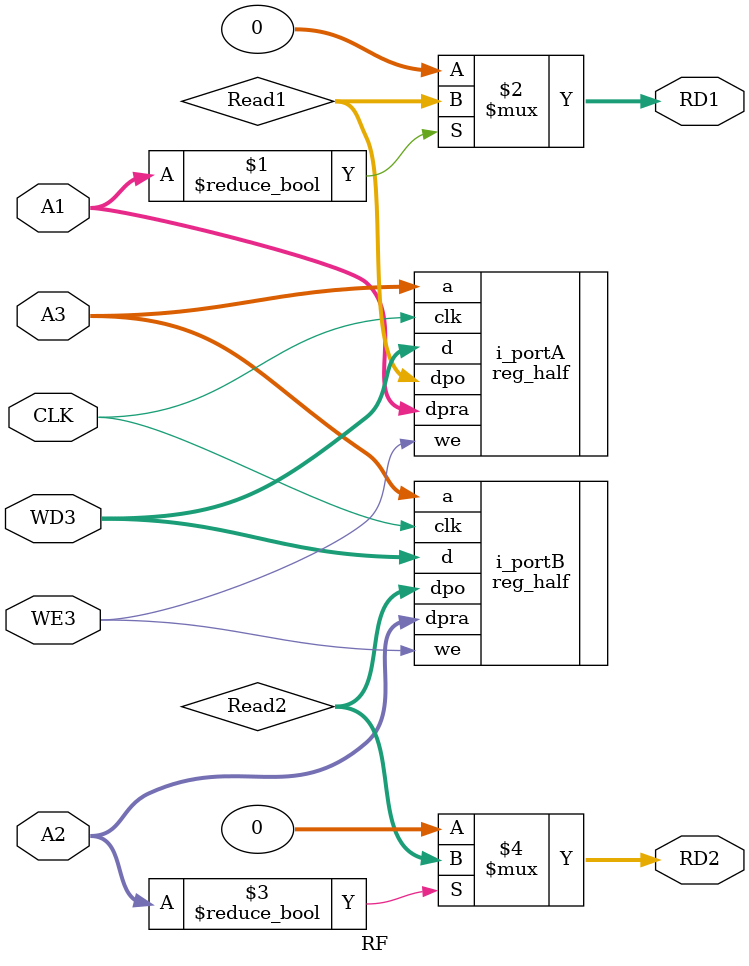
<source format=v>
`timescale 1ns / 1ps


module RF(
          input   [4:0] A1,   // selects one of 32 registers
			 output [31:0] RD1,  // register corresponding to A1
			 input   [4:0] A2,   // selects one of 32 registers
			 output [31:0] RD2,  // register corresponding to A2
			 input   [4:0] A3,   // selects the address for writeback
			 input  [31:0] WD3,  // Write-back data, will be written to addess A3
			 input         WE3,  // Write-enable for third port WE3=1 write WD3 to A3
			 input         CLK   // System clock
    );
   
	
    wire [31:0] Read1;  // output of PortA
	 wire [31:0] Read2;  // output of PortB
  // once everything works do not forget to add a reset here 
  // you should not enable WE while there is a reset
 
  // we instantiate two memories  
	 reg_half i_portA	 (
	   .a(A3), // Bus [4 : 0] 
	   .d(WD3), // Bus [31 : 0] 
	   .dpra(A1), // Bus [4 : 0] 
	   .clk(CLK),
	   .we(WE3),
	   .dpo(Read1)); // Bus [31 : 0] 

	reg_half i_portB (
	   .a(A3), // Bus [4 : 0] 
	   .d(WD3), // Bus [31 : 0] 
	   .dpra(A2), // Bus [4 : 0] 
	   .clk(CLK),
	   .we(WE3),
	   .dpo(Read2)); // Bus [31 : 0]     
	
     // For both ports, if the address is 0 
	  // Then the output will be zero
	  // Otherwise read the output from the register file 

     assign RD1 = (A1 != 4'b0000) ? Read1 : 0; // Port 1
	  assign RD2 = (A2 != 4'b0000) ? Read2 : 0; // Port 2


	
endmodule

</source>
